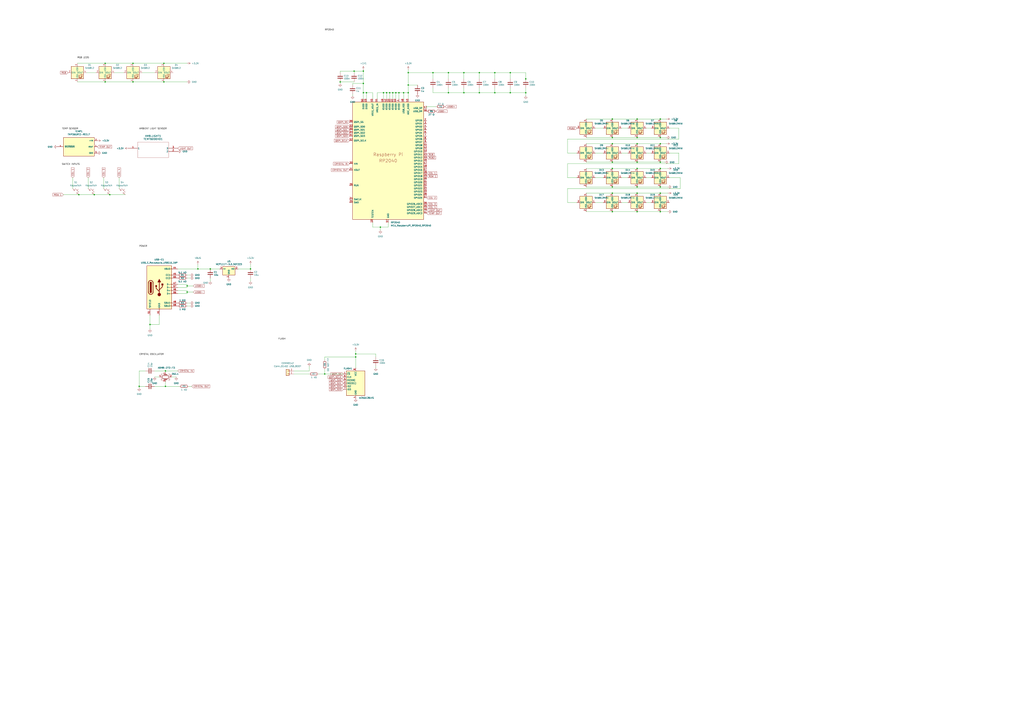
<source format=kicad_sch>
(kicad_sch (version 20231120) (generator "eeschema") (generator_version "8.0")
  (paper "A1")
  (junction (at 114.3 317.5))
  (junction (at 502.92 138.43))
  (junction (at 419.1 76.2))
  (junction (at 314.96 76.2))
  (junction (at 90.17 160.02))
  (junction (at 523.24 118.11))
  (junction (at 109.22 67.31))
  (junction (at 335.28 69.85))
  (junction (at 298.45 76.2))
  (junction (at 335.28 76.2))
  (junction (at 523.24 97.79))
  (junction (at 123.19 266.7))
  (junction (at 312.42 186.69))
  (junction (at 393.7 76.2))
  (junction (at 542.29 118.11))
  (junction (at 292.1 293.37))
  (junction (at 523.24 173.99))
  (junction (at 86.36 52.07))
  (junction (at 381 59.69))
  (junction (at 325.12 76.2))
  (junction (at 300.99 76.2))
  (junction (at 502.92 153.67))
  (junction (at 322.58 76.2))
  (junction (at 542.29 113.03))
  (junction (at 153.67 234.95))
  (junction (at 431.8 64.77))
  (junction (at 298.45 58.42))
  (junction (at 335.28 59.69))
  (junction (at 406.4 76.2))
  (junction (at 86.36 67.31))
  (junction (at 109.22 52.07))
  (junction (at 523.24 158.75))
  (junction (at 523.24 153.67))
  (junction (at 542.29 138.43))
  (junction (at 419.1 59.69))
  (junction (at 523.24 113.03))
  (junction (at 502.92 118.11))
  (junction (at 431.8 76.2))
  (junction (at 393.7 59.69))
  (junction (at 502.92 113.03))
  (junction (at 327.66 76.2))
  (junction (at 523.24 138.43))
  (junction (at 542.29 158.75))
  (junction (at 542.29 153.67))
  (junction (at 317.5 76.2))
  (junction (at 134.62 67.31))
  (junction (at 64.77 160.02))
  (junction (at 381 76.2))
  (junction (at 523.24 133.35))
  (junction (at 542.29 97.79))
  (junction (at 172.72 220.98))
  (junction (at 368.3 76.2))
  (junction (at 298.45 68.58))
  (junction (at 135.89 304.8))
  (junction (at 134.62 52.07))
  (junction (at 502.92 97.79))
  (junction (at 266.7 307.34))
  (junction (at 153.67 240.03))
  (junction (at 162.56 220.98))
  (junction (at 331.47 76.2))
  (junction (at 279.4 67.31))
  (junction (at 135.89 317.5))
  (junction (at 502.92 173.99))
  (junction (at 205.74 220.98))
  (junction (at 77.47 160.02))
  (junction (at 355.6 59.69))
  (junction (at 542.29 173.99))
  (junction (at 502.92 133.35))
  (junction (at 292.1 290.83))
  (junction (at 368.3 59.69))
  (junction (at 320.04 76.2))
  (junction (at 502.92 158.75))
  (junction (at 542.29 133.35))
  (junction (at 290.83 58.42))
  (junction (at 406.4 59.69))
  (wire (pts (xy 419.1 59.69) (xy 419.1 64.77)))
  (wire (pts (xy 279.4 67.31) (xy 290.83 67.31)))
  (wire (pts (xy 298.45 68.58) (xy 298.45 76.2)))
  (wire (pts (xy 502.92 173.99) (xy 523.24 173.99)))
  (wire (pts (xy 290.83 58.42) (xy 298.45 58.42)))
  (wire (pts (xy 488.95 105.41) (xy 495.3 105.41)))
  (wire (pts (xy 393.7 72.39) (xy 393.7 76.2)))
  (wire (pts (xy 254 300.99) (xy 254 304.8)))
  (wire (pts (xy 466.09 146.05) (xy 473.71 146.05)))
  (wire (pts (xy 156.21 248.92) (xy 153.67 248.92)))
  (wire (pts (xy 325.12 76.2) (xy 327.66 76.2)))
  (wire (pts (xy 530.86 166.37) (xy 534.67 166.37)))
  (wire (pts (xy 261.62 307.34) (xy 266.7 307.34)))
  (wire (pts (xy 205.74 231.14) (xy 205.74 228.6)))
  (wire (pts (xy 542.29 153.67) (xy 548.64 153.67)))
  (wire (pts (xy 309.88 81.28) (xy 309.88 76.2)))
  (wire (pts (xy 530.86 125.73) (xy 534.67 125.73)))
  (wire (pts (xy 127 304.8) (xy 135.89 304.8)))
  (wire (pts (xy 298.45 57.15) (xy 298.45 58.42)))
  (wire (pts (xy 279.4 58.42) (xy 290.83 58.42)))
  (wire (pts (xy 318.77 182.88) (xy 318.77 186.69)))
  (wire (pts (xy 466.09 125.73) (xy 473.71 125.73)))
  (wire (pts (xy 116.84 59.69) (xy 127 59.69)))
  (wire (pts (xy 488.95 125.73) (xy 495.3 125.73)))
  (wire (pts (xy 130.81 259.08) (xy 130.81 266.7)))
  (wire (pts (xy 266.7 303.53) (xy 266.7 307.34)))
  (wire (pts (xy 557.53 114.3) (xy 466.09 114.3)))
  (wire (pts (xy 63.5 67.31) (xy 86.36 67.31)))
  (wire (pts (xy 381 72.39) (xy 381 76.2)))
  (wire (pts (xy 140.97 309.88) (xy 144.78 309.88)))
  (wire (pts (xy 419.1 72.39) (xy 419.1 76.2)))
  (wire (pts (xy 523.24 97.79) (xy 542.29 97.79)))
  (wire (pts (xy 172.72 220.98) (xy 180.34 220.98)))
  (wire (pts (xy 318.77 186.69) (xy 312.42 186.69)))
  (wire (pts (xy 306.07 81.28) (xy 306.07 76.2)))
  (wire (pts (xy 355.6 76.2) (xy 368.3 76.2)))
  (wire (pts (xy 266.7 295.91) (xy 266.7 293.37)))
  (wire (pts (xy 368.3 59.69) (xy 381 59.69)))
  (wire (pts (xy 64.77 160.02) (xy 77.47 160.02)))
  (wire (pts (xy 542.29 133.35) (xy 546.1 133.35)))
  (wire (pts (xy 481.33 113.03) (xy 502.92 113.03)))
  (wire (pts (xy 241.3 307.34) (xy 254 307.34)))
  (wire (pts (xy 466.09 114.3) (xy 466.09 125.73)))
  (wire (pts (xy 86.36 67.31) (xy 109.22 67.31)))
  (wire (pts (xy 127 309.88) (xy 130.81 309.88)))
  (wire (pts (xy 158.75 240.03) (xy 153.67 240.03)))
  (wire (pts (xy 523.24 118.11) (xy 542.29 118.11)))
  (wire (pts (xy 368.3 76.2) (xy 381 76.2)))
  (wire (pts (xy 314.96 76.2) (xy 317.5 76.2)))
  (wire (pts (xy 162.56 220.98) (xy 172.72 220.98)))
  (wire (pts (xy 431.8 64.77) (xy 431.8 66.04)))
  (wire (pts (xy 481.33 138.43) (xy 502.92 138.43)))
  (wire (pts (xy 153.67 233.68) (xy 153.67 234.95)))
  (wire (pts (xy 331.47 76.2) (xy 335.28 76.2)))
  (wire (pts (xy 123.19 266.7) (xy 123.19 270.51)))
  (wire (pts (xy 158.75 234.95) (xy 153.67 234.95)))
  (wire (pts (xy 135.89 313.69) (xy 135.89 317.5)))
  (wire (pts (xy 488.95 166.37) (xy 495.3 166.37)))
  (wire (pts (xy 85.09 146.05) (xy 85.09 154.94)))
  (wire (pts (xy 523.24 113.03) (xy 542.29 113.03)))
  (wire (pts (xy 502.92 97.79) (xy 523.24 97.79)))
  (wire (pts (xy 510.54 166.37) (xy 515.62 166.37)))
  (wire (pts (xy 205.74 217.17) (xy 205.74 220.98)))
  (wire (pts (xy 306.07 182.88) (xy 306.07 186.69)))
  (wire (pts (xy 306.07 76.2) (xy 300.99 76.2)))
  (wire (pts (xy 162.56 217.17) (xy 162.56 220.98)))
  (wire (pts (xy 109.22 67.31) (xy 134.62 67.31)))
  (wire (pts (xy 355.6 59.69) (xy 368.3 59.69)))
  (wire (pts (xy 153.67 234.95) (xy 153.67 236.22)))
  (wire (pts (xy 530.86 146.05) (xy 534.67 146.05)))
  (wire (pts (xy 322.58 76.2) (xy 325.12 76.2)))
  (wire (pts (xy 368.3 59.69) (xy 368.3 64.77)))
  (wire (pts (xy 52.07 160.02) (xy 64.77 160.02)))
  (wire (pts (xy 558.8 154.94) (xy 466.09 154.94)))
  (wire (pts (xy 298.45 58.42) (xy 298.45 68.58)))
  (wire (pts (xy 93.98 59.69) (xy 101.6 59.69)))
  (wire (pts (xy 542.29 158.75) (xy 548.64 158.75)))
  (wire (pts (xy 308.61 302.26) (xy 308.61 300.99)))
  (wire (pts (xy 510.54 125.73) (xy 515.62 125.73)))
  (wire (pts (xy 542.29 97.79) (xy 547.37 97.79)))
  (wire (pts (xy 314.96 76.2) (xy 314.96 81.28)))
  (wire (pts (xy 292.1 290.83) (xy 292.1 293.37)))
  (wire (pts (xy 77.47 160.02) (xy 90.17 160.02)))
  (wire (pts (xy 488.95 146.05) (xy 495.3 146.05)))
  (wire (pts (xy 317.5 76.2) (xy 320.04 76.2)))
  (wire (pts (xy 146.05 220.98) (xy 162.56 220.98)))
  (wire (pts (xy 156.21 228.6) (xy 153.67 228.6)))
  (wire (pts (xy 335.28 59.69) (xy 335.28 69.85)))
  (wire (pts (xy 154.94 317.5) (xy 157.48 317.5)))
  (wire (pts (xy 335.28 76.2) (xy 335.28 81.28)))
  (wire (pts (xy 502.92 118.11) (xy 523.24 118.11)))
  (wire (pts (xy 109.22 52.07) (xy 134.62 52.07)))
  (wire (pts (xy 266.7 307.34) (xy 281.94 307.34)))
  (wire (pts (xy 114.3 304.8) (xy 114.3 317.5)))
  (wire (pts (xy 481.33 158.75) (xy 502.92 158.75)))
  (wire (pts (xy 502.92 133.35) (xy 523.24 133.35)))
  (wire (pts (xy 393.7 76.2) (xy 406.4 76.2)))
  (wire (pts (xy 298.45 68.58) (xy 289.56 68.58)))
  (wire (pts (xy 135.89 304.8) (xy 135.89 306.07)))
  (wire (pts (xy 325.12 76.2) (xy 325.12 81.28)))
  (wire (pts (xy 466.09 154.94) (xy 466.09 166.37)))
  (wire (pts (xy 510.54 105.41) (xy 515.62 105.41)))
  (wire (pts (xy 308.61 290.83) (xy 308.61 293.37)))
  (wire (pts (xy 123.19 259.08) (xy 123.19 266.7)))
  (wire (pts (xy 355.6 59.69) (xy 355.6 64.77)))
  (wire (pts (xy 97.79 146.05) (xy 97.79 154.94)))
  (wire (pts (xy 502.92 153.67) (xy 523.24 153.67)))
  (wire (pts (xy 59.69 146.05) (xy 59.69 154.94)))
  (wire (pts (xy 335.28 69.85) (xy 342.9 69.85)))
  (wire (pts (xy 312.42 189.23) (xy 312.42 186.69)))
  (wire (pts (xy 306.07 186.69) (xy 312.42 186.69)))
  (wire (pts (xy 172.72 231.14) (xy 172.72 228.6)))
  (wire (pts (xy 153.67 240.03) (xy 153.67 241.3)))
  (wire (pts (xy 549.91 125.73) (xy 557.53 125.73)))
  (wire (pts (xy 279.4 67.31) (xy 279.4 68.58)))
  (wire (pts (xy 502.92 138.43) (xy 523.24 138.43)))
  (wire (pts (xy 298.45 76.2) (xy 298.45 81.28)))
  (wire (pts (xy 114.3 317.5) (xy 114.3 318.77)))
  (wire (pts (xy 542.29 138.43) (xy 548.64 138.43)))
  (wire (pts (xy 290.83 58.42) (xy 290.83 59.69)))
  (wire (pts (xy 549.91 146.05) (xy 558.8 146.05)))
  (wire (pts (xy 266.7 293.37) (xy 292.1 293.37)))
  (wire (pts (xy 86.36 52.07) (xy 109.22 52.07)))
  (wire (pts (xy 300.99 76.2) (xy 298.45 76.2)))
  (wire (pts (xy 153.67 241.3) (xy 146.05 241.3)))
  (wire (pts (xy 481.33 118.11) (xy 502.92 118.11)))
  (wire (pts (xy 71.12 59.69) (xy 78.74 59.69)))
  (wire (pts (xy 523.24 173.99) (xy 542.29 173.99)))
  (wire (pts (xy 153.67 238.76) (xy 153.67 240.03)))
  (wire (pts (xy 146.05 233.68) (xy 153.67 233.68)))
  (wire (pts (xy 72.39 146.05) (xy 72.39 154.94)))
  (wire (pts (xy 63.5 52.07) (xy 86.36 52.07)))
  (wire (pts (xy 431.8 59.69) (xy 431.8 64.77)))
  (wire (pts (xy 431.8 72.39) (xy 431.8 76.2)))
  (wire (pts (xy 530.86 105.41) (xy 534.67 105.41)))
  (wire (pts (xy 393.7 59.69) (xy 406.4 59.69)))
  (wire (pts (xy 335.28 69.85) (xy 335.28 76.2)))
  (wire (pts (xy 327.66 76.2) (xy 331.47 76.2)))
  (wire (pts (xy 431.8 78.74) (xy 431.8 76.2)))
  (wire (pts (xy 355.6 72.39) (xy 355.6 76.2)))
  (wire (pts (xy 406.4 59.69) (xy 406.4 64.77)))
  (wire (pts (xy 127 317.5) (xy 135.89 317.5)))
  (wire (pts (xy 542.29 118.11) (xy 547.37 118.11)))
  (wire (pts (xy 292.1 290.83) (xy 308.61 290.83)))
  (wire (pts (xy 523.24 138.43) (xy 542.29 138.43)))
  (wire (pts (xy 542.29 173.99) (xy 548.64 173.99)))
  (wire (pts (xy 130.81 266.7) (xy 123.19 266.7)))
  (wire (pts (xy 557.53 134.62) (xy 466.09 134.62)))
  (wire (pts (xy 320.04 76.2) (xy 320.04 81.28)))
  (wire (pts (xy 146.05 238.76) (xy 153.67 238.76)))
  (wire (pts (xy 153.67 236.22) (xy 146.05 236.22)))
  (wire (pts (xy 317.5 76.2) (xy 317.5 81.28)))
  (wire (pts (xy 331.47 76.2) (xy 331.47 81.28)))
  (wire (pts (xy 289.56 68.58) (xy 289.56 69.85)))
  (wire (pts (xy 368.3 72.39) (xy 368.3 76.2)))
  (wire (pts (xy 292.1 288.29) (xy 292.1 290.83)))
  (wire (pts (xy 406.4 72.39) (xy 406.4 76.2)))
  (wire (pts (xy 279.4 58.42) (xy 279.4 59.69)))
  (wire (pts (xy 114.3 317.5) (xy 119.38 317.5)))
  (wire (pts (xy 90.17 160.02) (xy 102.87 160.02)))
  (wire (pts (xy 558.8 146.05) (xy 558.8 154.94)))
  (wire (pts (xy 381 76.2) (xy 393.7 76.2)))
  (wire (pts (xy 335.28 57.15) (xy 335.28 59.69)))
  (wire (pts (xy 195.58 220.98) (xy 205.74 220.98)))
  (wire (pts (xy 309.88 76.2) (xy 314.96 76.2)))
  (wire (pts (xy 322.58 76.2) (xy 322.58 81.28)))
  (wire (pts (xy 292.1 293.37) (xy 292.1 302.26)))
  (wire (pts (xy 350.52 87.63) (xy 350.52 88.9)))
  (wire (pts (xy 557.53 125.73) (xy 557.53 134.62)))
  (wire (pts (xy 557.53 105.41) (xy 557.53 114.3)))
  (wire (pts (xy 358.14 87.63) (xy 350.52 87.63)))
  (wire (pts (xy 327.66 76.2) (xy 327.66 81.28)))
  (wire (pts (xy 335.28 59.69) (xy 355.6 59.69)))
  (wire (pts (xy 549.91 105.41) (xy 557.53 105.41)))
  (wire (pts (xy 289.56 78.74) (xy 289.56 77.47)))
  (wire (pts (xy 523.24 153.67) (xy 542.29 153.67)))
  (wire (pts (xy 481.33 133.35) (xy 502.92 133.35)))
  (wire (pts (xy 119.38 304.8) (xy 114.3 304.8)))
  (wire (pts (xy 481.33 153.67) (xy 502.92 153.67)))
  (wire (pts (xy 406.4 76.2) (xy 419.1 76.2)))
  (wire (pts (xy 320.04 76.2) (xy 322.58 76.2)))
  (wire (pts (xy 466.09 166.37) (xy 473.71 166.37)))
  (wire (pts (xy 419.1 59.69) (xy 431.8 59.69)))
  (wire (pts (xy 381 59.69) (xy 381 64.77)))
  (wire (pts (xy 523.24 133.35) (xy 542.29 133.35)))
  (wire (pts (xy 406.4 59.69) (xy 419.1 59.69)))
  (wire (pts (xy 156.21 226.06) (xy 153.67 226.06)))
  (wire (pts (xy 419.1 76.2) (xy 431.8 76.2)))
  (wire (pts (xy 241.3 304.8) (xy 254 304.8)))
  (wire (pts (xy 502.92 158.75) (xy 523.24 158.75)))
  (wire (pts (xy 502.92 113.03) (xy 523.24 113.03)))
  (wire (pts (xy 134.62 52.07) (xy 153.67 52.07)))
  (wire (pts (xy 542.29 113.03) (xy 547.37 113.03)))
  (wire (pts (xy 381 59.69) (xy 393.7 59.69)))
  (wire (pts (xy 523.24 158.75) (xy 542.29 158.75)))
  (wire (pts (xy 510.54 146.05) (xy 515.62 146.05)))
  (wire (pts (xy 393.7 59.69) (xy 393.7 64.77)))
  (wire (pts (xy 135.89 304.8) (xy 146.05 304.8)))
  (wire (pts (xy 156.21 251.46) (xy 153.67 251.46)))
  (wire (pts (xy 134.62 67.31) (xy 153.67 67.31)))
  (wire (pts (xy 135.89 317.5) (xy 147.32 317.5)))
  (wire (pts (xy 300.99 76.2) (xy 300.99 81.28)))
  (wire (pts (xy 481.33 173.99) (xy 502.92 173.99)))
  (wire (pts (xy 466.09 134.62) (xy 466.09 146.05)))
  (wire (pts (xy 481.33 97.79) (xy 502.92 97.79)))
  (label "SWITCH INPUTS" (at 50.8 135.89 0))
  (label "TEMP SENSOR" (at 50.8 106.68 0))
  (label "RP2040" (at 266.7 25.4 0))
  (label "RGB LEDS" (at 63.5 48.26 0))
  (label "CRYSTAL OSCILLATOR" (at 114.3 292.1 0))
  (label "FLASH" (at 228.6 279.4 0))
  (label "AMBIENT LIGHT SENSOR" (at 114.3 106.68 0))
  (label "POWER" (at 114.3 203.2 0))
  (global_label "QSPI_SD1" (shape input) (at 281.94 314.96 180) (property "Intersheetrefs" "${INTERSHEET_REFS}" (effects (hide yes))))
  (global_label "QSPI_SCLK" (shape input) (at 287.02 115.57 180) (property "Intersheetrefs" "${INTERSHEET_REFS}" (effects (hide yes))))
  (global_label "RGB" (shape input) (at 350.52 127 0) (property "Intersheetrefs" "${INTERSHEET_REFS}" (effects (hide yes))))
  (global_label "COL 2" (shape input) (at 72.39 146.05 90) (property "Intersheetrefs" "${INTERSHEET_REFS}" (effects (hide yes))))
  (global_label "QSPI_SD2" (shape input) (at 287.02 109.22 180) (property "Intersheetrefs" "${INTERSHEET_REFS}" (effects (hide yes))))
  (global_label "COL 4" (shape input) (at 97.79 146.05 90) (property "Intersheetrefs" "${INTERSHEET_REFS}" (effects (hide yes))))
  (global_label "QSPI_SD3" (shape input) (at 287.02 111.76 180) (property "Intersheetrefs" "${INTERSHEET_REFS}" (effects (hide yes))))
  (global_label "LIGHT OUT" (shape input) (at 350.52 172.72 0) (property "Intersheetrefs" "${INTERSHEET_REFS}" (effects (hide yes))))
  (global_label "COL 1" (shape input) (at 59.69 146.05 90) (property "Intersheetrefs" "${INTERSHEET_REFS}" (effects (hide yes))))
  (global_label "COL 1" (shape input) (at 350.52 142.24 0) (property "Intersheetrefs" "${INTERSHEET_REFS}" (effects (hide yes))))
  (global_label "TEMP OUT" (shape input) (at 350.52 175.26 0) (property "Intersheetrefs" "${INTERSHEET_REFS}" (effects (hide yes))))
  (global_label "QSPI_SS" (shape input) (at 281.94 307.34 180) (property "Intersheetrefs" "${INTERSHEET_REFS}" (effects (hide yes))))
  (global_label "QSPI_SS" (shape input) (at 287.02 100.33 180) (property "Intersheetrefs" "${INTERSHEET_REFS}" (effects (hide yes))))
  (global_label "LIGHT OUT" (shape input) (at 146.05 121.92 0) (property "Intersheetrefs" "${INTERSHEET_REFS}" (effects (hide yes))))
  (global_label "TEMP OUT" (shape input) (at 80.01 120.65 0) (property "Intersheetrefs" "${INTERSHEET_REFS}" (effects (hide yes))))
  (global_label "CRYSTAL OUT" (shape input) (at 157.48 317.5 0) (property "Intersheetrefs" "${INTERSHEET_REFS}" (effects (hide yes))))
  (global_label "QSPI_SD2" (shape input) (at 281.94 317.5 180) (property "Intersheetrefs" "${INTERSHEET_REFS}" (effects (hide yes))))
  (global_label "RGB" (shape input) (at 55.88 59.69 180) (property "Intersheetrefs" "${INTERSHEET_REFS}" (effects (hide yes))))
  (global_label "USBD+" (shape input) (at 365.76 87.63 0) (property "Intersheetrefs" "${INTERSHEET_REFS}" (effects (hide yes))))
  (global_label "ROW 1" (shape input) (at 350.52 144.78 0) (property "Intersheetrefs" "${INTERSHEET_REFS}" (effects (hide yes))))
  (global_label "CRYSTAL IN" (shape input) (at 146.05 304.8 0) (property "Intersheetrefs" "${INTERSHEET_REFS}" (effects (hide yes))))
  (global_label "QSPI_SD1" (shape input) (at 287.02 106.68 180) (property "Intersheetrefs" "${INTERSHEET_REFS}" (effects (hide yes))))
  (global_label "QSPI_SD0" (shape input) (at 281.94 312.42 180) (property "Intersheetrefs" "${INTERSHEET_REFS}" (effects (hide yes))))
  (global_label "COL 3" (shape input) (at 350.52 167.64 0) (property "Intersheetrefs" "${INTERSHEET_REFS}" (effects (hide yes))))
  (global_label "ROW 1" (shape input) (at 52.07 160.02 180) (property "Intersheetrefs" "${INTERSHEET_REFS}" (effects (hide yes))))
  (global_label "COL 4" (shape input) (at 350.52 170.18 0) (property "Intersheetrefs" "${INTERSHEET_REFS}" (effects (hide yes))))
  (global_label "USBD-" (shape input) (at 158.75 240.03 0) (property "Intersheetrefs" "${INTERSHEET_REFS}" (effects (hide yes))))
  (global_label "CRYSTAL IN" (shape input) (at 287.02 134.62 180) (property "Intersheetrefs" "${INTERSHEET_REFS}" (effects (hide yes))))
  (global_label "QSPI_SD3" (shape input) (at 281.94 320.04 180) (property "Intersheetrefs" "${INTERSHEET_REFS}" (effects (hide yes))))
  (global_label "QSPI_SCLK" (shape input) (at 281.94 309.88 180) (property "Intersheetrefs" "${INTERSHEET_REFS}" (effects (hide yes))))
  (global_label "RGB2" (shape input) (at 350.52 129.54 0) (property "Intersheetrefs" "${INTERSHEET_REFS}" (effects (hide yes))))
  (global_label "QSPI_SD0" (shape input) (at 287.02 104.14 180) (property "Intersheetrefs" "${INTERSHEET_REFS}" (effects (hide yes))))
  (global_label "USBD-" (shape input) (at 358.14 91.44 0) (property "Intersheetrefs" "${INTERSHEET_REFS}" (effects (hide yes))))
  (global_label "CRYSTAL OUT" (shape input) (at 287.02 139.7 180) (property "Intersheetrefs" "${INTERSHEET_REFS}" (effects (hide yes))))
  (global_label "USBD+" (shape input) (at 158.75 234.95 0) (property "Intersheetrefs" "${INTERSHEET_REFS}" (effects (hide yes))))
  (global_label "RGB2" (shape input) (at 473.71 105.41 180) (property "Intersheetrefs" "${INTERSHEET_REFS}" (effects (hide yes))))
  (global_label "COL 3" (shape input) (at 85.09 146.05 90) (property "Intersheetrefs" "${INTERSHEET_REFS}" (effects (hide yes))))
  (global_label "COL 2" (shape input) (at 350.52 162.56 0) (property "Intersheetrefs" "${INTERSHEET_REFS}" (effects (hide yes))))
  (symbol (lib_id "Device:C") (at 381 68.58 0) (unit 1)
    (property "Reference" "C6" (at 383.921 67.4116 0) (effects (justify left)))
    (property "Value" "100n" (at 383.921 69.723 0) (effects (justify left)))
    (property "Footprint" "Capacitor_SMD:C_0402_1005Metric" (effects (hide yes)))
  )
  (symbol (lib_id "RP2040_minimal_r2-cache:MCU_RaspberryPi_RP2040_RP2040") (at 318.77 132.08 0) (unit 1)
    (property "Reference" "RP2040" (at 320.9641 182.88 0) (effects (justify left)))
    (property "Value" "MCU_RaspberryPi_RP2040_RP2040" (at 320.9641 185.42 0) (effects (justify left)))
    (property "Footprint" "RP2040_minimal_r2:RP2040-QFN-56" (effects (hide yes)))
  )
  (symbol (lib_id "power:+3.3V") (at 292.1 288.29 0) (unit 1)
    (property "Reference" "#PWR031" (effects (hide yes)))
    (property "Value" "+3.3V" (at 292.1 283.21 0))
    (property "Description" "Power symbol creates a global label with name \"+3.3V\"" (effects (hide yes)))
  )
  (symbol (lib_id "power:+1V1") (at 298.45 57.15 0) (unit 1)
    (property "Reference" "#PWR024" (effects (hide yes)))
    (property "Value" "+1V1" (at 298.45 52.07 0))
    (property "Description" "Power symbol creates a global label with name \"+1V1\"" (effects (hide yes)))
  )
  (symbol (lib_id "Regulator_Linear:NCP1117-3.3_SOT223") (at 187.96 220.98 0) (unit 1)
    (property "Reference" "U5" (at 187.96 214.8332 0))
    (property "Value" "NCP1117-3.3_SOT223" (at 187.96 217.1446 0))
    (property "Footprint" "Package_TO_SOT_SMD:SOT-223-3_TabPin2" (effects (hide yes)))
    (property "Datasheet" "http://www.onsemi.com/pub_link/Collateral/NCP1117-D.PDF" (effects (hide yes)))
  )
  (symbol (lib_id "Device:R") (at 266.7 299.72 180) (unit 1)
    (property "Reference" "R8" (at 266.7 299.72 90))
    (property "Value" "DO NOT FIT" (at 269.494 299.72 90))
    (property "Footprint" "Resistor_SMD:R_0402_1005Metric" (effects (hide yes)))
    (property "Description" "Resistor" (effects (hide yes)))
  )
  (symbol (lib_id "Memory_Flash:W25Q128JVS") (at 292.1 314.96 0) (unit 1)
    (property "Reference" "FLASH1" (at 285.75 302.895 0))
    (property "Value" "W25Q128JVS" (at 300.99 327.025 0))
    (property "Footprint" "Package_SO:SOIC-8_5.23x5.23mm_P1.27mm" (effects (hide yes)))
    (property "Datasheet" "http://www.winbond.com/resource-files/w25q128jv_dtr%20revc%2003272018%20plus.pdf" (effects (hide yes)))
  )
  (symbol (lib_id "power:+3.3V") (at 205.74 217.17 0) (unit 1)
    (property "Reference" "#PWR020" (effects (hide yes)))
    (property "Value" "+3.3V" (at 205.74 212.09 0))
    (property "Description" "Power symbol creates a global label with name \"+3.3V\"" (effects (hide yes)))
  )
  (symbol (lib_id "power:+3.3V") (at 548.64 138.43 270) (unit 1)
    (property "Reference" "#PWR036" (effects (hide yes)))
    (property "Value" "+3.3V" (at 552.45 138.4299 90) (effects (justify left)))
    (property "Description" "Power symbol creates a global label with name \"+3.3V\"" (effects (hide yes)))
  )
  (symbol (lib_id "Device:C") (at 290.83 63.5 0) (unit 1)
    (property "Reference" "C12" (at 293.751 62.3316 0) (effects (justify left)))
    (property "Value" "100n" (at 293.751 64.643 0) (effects (justify left)))
    (property "Footprint" "Capacitor_SMD:C_0402_1005Metric" (effects (hide yes)))
  )
  (symbol (lib_id "power:GND") (at 289.56 78.74 0) (unit 1)
    (property "Reference" "#PWR025" (effects (hide yes)))
    (property "Value" "GND" (at 289.56 83.82 0))
    (property "Description" "Power symbol creates a global label with name \"GND\" , ground" (effects (hide yes)))
  )
  (symbol (lib_id "LED:SK6812MINI") (at 523.24 146.05 0) (unit 1)
    (property "Reference" "D15" (at 535.94 139.7314 0))
    (property "Value" "SK6812MINI" (at 535.94 142.2714 0))
    (property "Footprint" "LED_SMD:LED_SK6812MINI_PLCC4_3.5x3.5mm_P1.75mm" (effects (hide yes)))
    (property "Datasheet" "https://cdn-shop.adafruit.com/product-files/2686/SK6812MINI_REV.01-1-2.pdf" (effects (hide yes)))
    (property "Description" "RGB LED with integrated controller" (effects (hide yes)))
  )
  (symbol (lib_id "LED:SK6812MINI") (at 542.29 166.37 0) (unit 1)
    (property "Reference" "D20" (at 554.99 160.0514 0))
    (property "Value" "SK6812MINI" (at 554.99 162.5914 0))
    (property "Footprint" "LED_SMD:LED_SK6812MINI_PLCC4_3.5x3.5mm_P1.75mm" (effects (hide yes)))
    (property "Datasheet" "https://cdn-shop.adafruit.com/product-files/2686/SK6812MINI_REV.01-1-2.pdf" (effects (hide yes)))
    (property "Description" "RGB LED with integrated controller" (effects (hide yes)))
  )
  (symbol (lib_id "LED:SK6812") (at 86.36 59.69 0) (unit 1)
    (property "Reference" "D2" (at 96.52 53.3714 0))
    (property "Value" "SK6812" (at 96.52 55.9114 0))
    (property "Footprint" "LED_SMD:LED_SK6812_PLCC4_5.0x5.0mm_P3.2mm" (effects (hide yes)))
    (property "Datasheet" "https://cdn-shop.adafruit.com/product-files/1138/SK6812+LED+datasheet+.pdf" (effects (hide yes)))
    (property "Description" "RGB LED with integrated controller" (effects (hide yes)))
  )
  (symbol (lib_id "LED:SK6812MINI") (at 523.24 125.73 0) (unit 1)
    (property "Reference" "D11" (at 535.94 119.4114 0))
    (property "Value" "SK6812MINI" (at 535.94 121.9514 0))
    (property "Footprint" "LED_SMD:LED_SK6812MINI_PLCC4_3.5x3.5mm_P1.75mm" (effects (hide yes)))
    (property "Datasheet" "https://cdn-shop.adafruit.com/product-files/2686/SK6812MINI_REV.01-1-2.pdf" (effects (hide yes)))
    (property "Description" "RGB LED with integrated controller" (effects (hide yes)))
  )
  (symbol (lib_id "power:+3.3V") (at 80.01 115.57 270) (unit 1)
    (property "Reference" "#PWR01" (effects (hide yes)))
    (property "Value" "+3.3V" (at 83.82 115.5699 90) (effects (justify left)))
    (property "Description" "Power symbol creates a global label with name \"+3.3V\"" (effects (hide yes)))
  )
  (symbol (lib_id "power:GND") (at 156.21 248.92 90) (unit 1)
    (property "Reference" "#PWR015" (effects (hide yes)))
    (property "Value" "GND" (at 160.02 248.9199 90) (effects (justify right)))
    (property "Description" "Power symbol creates a global label with name \"GND\" , ground" (effects (hide yes)))
  )
  (symbol (lib_id "power:GND") (at 548.64 173.99 90) (unit 1)
    (property "Reference" "#PWR039" (effects (hide yes)))
    (property "Value" "GND" (at 552.45 173.9899 90) (effects (justify right)))
    (property "Description" "Power symbol creates a global label with name \"GND\" , ground" (effects (hide yes)))
  )
  (symbol (lib_id "power:GND") (at 146.05 124.46 90) (unit 1)
    (property "Reference" "#PWR06" (effects (hide yes)))
    (property "Value" "GND" (at 149.86 124.4599 90) (effects (justify right)))
    (property "Description" "Power symbol creates a global label with name \"GND\" , ground" (effects (hide yes)))
  )
  (symbol (lib_id "power:GND") (at 172.72 231.14 0) (unit 1)
    (property "Reference" "#PWR018" (effects (hide yes)))
    (property "Value" "GND" (at 168.91 232.41 0))
  )
  (symbol (lib_id "power:GND") (at 123.19 270.51 0) (unit 1)
    (property "Reference" "#PWR012" (effects (hide yes)))
    (property "Value" "GND" (at 123.19 275.59 0))
    (property "Description" "Power symbol creates a global label with name \"GND\" , ground" (effects (hide yes)))
  )
  (symbol (lib_id "ScottoKeebs:Placeholder_Keyswitch") (at 87.63 157.48 0) (unit 1)
    (property "Reference" "S3" (at 87.63 149.86 0))
    (property "Value" "Keyswitch" (at 87.63 152.4 0))
    (property "Footprint" "ScottoKeebs_MX:MX_PCB_1.00u" (effects (hide yes)))
    (property "Description" "Push button switch, normally open, two pins, 45° tilted" (effects (hide yes)))
  )
  (symbol (lib_id "power:GND") (at 546.1 133.35 90) (unit 1)
    (property "Reference" "#PWR035" (effects (hide yes)))
    (property "Value" "GND" (at 549.91 133.3499 90) (effects (justify right)))
    (property "Description" "Power symbol creates a global label with name \"GND\" , ground" (effects (hide yes)))
  )
  (symbol (lib_id "power:GND") (at 187.96 228.6 0) (unit 1)
    (property "Reference" "#PWR019" (effects (hide yes)))
    (property "Value" "GND" (at 187.96 233.68 0))
    (property "Description" "Power symbol creates a global label with name \"GND\" , ground" (effects (hide yes)))
  )
  (symbol (lib_id "ScottoKeebs:Placeholder_Keyswitch") (at 74.93 157.48 0) (unit 1)
    (property "Reference" "S2" (at 74.93 149.86 0))
    (property "Value" "Keyswitch" (at 74.93 152.4 0))
    (property "Footprint" "ScottoKeebs_MX:MX_PCB_1.00u" (effects (hide yes)))
    (property "Description" "Push button switch, normally open, two pins, 45° tilted" (effects (hide yes)))
  )
  (symbol (lib_id "Device:R") (at 257.81 307.34 90) (unit 1)
    (property "Reference" "R7" (at 257.81 307.34 90))
    (property "Value" "1 kΩ" (at 257.81 310.134 90))
    (property "Footprint" "Resistor_SMD:R_0402_1005Metric" (effects (hide yes)))
    (property "Description" "Resistor" (effects (hide yes)))
  )
  (symbol (lib_id "ScottoKeebs:Placeholder_Keyswitch") (at 100.33 157.48 0) (unit 1)
    (property "Reference" "S4" (at 100.33 149.86 0))
    (property "Value" "Keyswitch" (at 100.33 152.4 0))
    (property "Footprint" "ScottoKeebs_MX:MX_PCB_1.00u" (effects (hide yes)))
    (property "Description" "Push button switch, normally open, two pins, 45° tilted" (effects (hide yes)))
  )
  (symbol (lib_id "power:GND") (at 342.9 77.47 0) (unit 1)
    (property "Reference" "#PWR022" (effects (hide yes)))
    (property "Value" "GND" (at 342.9 82.55 0))
    (property "Description" "Power symbol creates a global label with name \"GND\" , ground" (effects (hide yes)))
  )
  (symbol (lib_id "power:GND") (at 548.64 153.67 90) (unit 1)
    (property "Reference" "#PWR037" (effects (hide yes)))
    (property "Value" "GND" (at 552.45 153.6699 90) (effects (justify right)))
    (property "Description" "Power symbol creates a global label with name \"GND\" , ground" (effects (hide yes)))
  )
  (symbol (lib_id "Device:C") (at 205.74 224.79 0) (unit 1)
    (property "Reference" "C2" (at 208.661 223.6216 0) (effects (justify left)))
    (property "Value" "10u" (at 208.661 225.933 0) (effects (justify left)))
    (property "Footprint" "Capacitor_SMD:C_0805_2012Metric" (effects (hide yes)))
  )
  (symbol (lib_id "Connector:USB_C_Receptacle_USB2.0_16P") (at 130.81 236.22 0) (unit 1)
    (property "Reference" "USB-C1" (at 130.81 213.36 0))
    (property "Value" "USB_C_Receptacle_USB2.0_16P" (at 130.81 215.9 0))
    (property "Footprint" "Connector_USB:USB_C_Receptacle_GCT_USB4105-xx-A_16P_TopMnt_Horizontal" (effects (hide yes)))
    (property "Datasheet" "https://www.usb.org/sites/default/files/documents/usb_type-c.zip" (effects (hide yes)))
    (property "Description" "USB 2.0-only 16P Type-C Receptacle connector" (effects (hide yes)))
  )
  (symbol (lib_id "Device:Crystal_GND24") (at 135.89 309.88 270) (unit 1)
    (property "Reference" "OSC.1" (at 140.97 307.34 90) (effects (justify left)))
    (property "Value" "ABM8-272-T3" (at 129.54 302.26 90) (effects (justify left)))
    (property "Footprint" "Crystal:Crystal_SMD_3225-4Pin_3.2x2.5mm" (effects (hide yes)))
  )
  (symbol (lib_id "Device:C") (at 368.3 68.58 0) (unit 1)
    (property "Reference" "C5" (at 371.221 67.4116 0) (effects (justify left)))
    (property "Value" "100n" (at 371.221 69.723 0) (effects (justify left)))
    (property "Footprint" "Capacitor_SMD:C_0402_1005Metric" (effects (hide yes)))
  )
  (symbol (lib_id "power:GND") (at 205.74 231.14 0) (unit 1)
    (property "Reference" "#PWR021" (effects (hide yes)))
    (property "Value" "GND" (at 205.74 236.22 0))
    (property "Description" "Power symbol creates a global label with name \"GND\" , ground" (effects (hide yes)))
  )
  (symbol (lib_id "Device:C") (at 123.19 317.5 90) (unit 1)
    (property "Reference" "C15" (at 122.0216 314.579 0) (effects (justify left)))
    (property "Value" "15p" (at 124.333 314.579 0) (effects (justify left)))
    (property "Footprint" "Capacitor_SMD:C_0402_1005Metric" (effects (hide yes)))
  )
  (symbol (lib_id "Connector_Generic:Conn_01x02") (at 236.22 307.34 180) (unit 1)
    (property "Reference" "CONN01x2" (at 236.22 298.45 0))
    (property "Value" "Conn_01x02 USB_BOOT" (at 236.22 300.99 0))
    (property "Footprint" "Connector_PinHeader_1.00mm:PinHeader_1x02_P1.00mm_Vertical" (effects (hide yes)))
    (property "Description" "Generic connector, single row, 01x02, script generated (kicad-library-utils/schlib/autogen/connector/)" (effects (hide yes)))
  )
  (symbol (lib_id "Device:C") (at 279.4 63.5 0) (unit 1)
    (property "Reference" "C13" (at 282.321 62.3316 0) (effects (justify left)))
    (property "Value" "100n" (at 282.321 64.643 0) (effects (justify left)))
    (property "Footprint" "Capacitor_SMD:C_0402_1005Metric" (effects (hide yes)))
  )
  (symbol (lib_id "Device:C") (at 123.19 304.8 90) (unit 1)
    (property "Reference" "C14" (at 122.0216 301.879 0) (effects (justify left)))
    (property "Value" "15p" (at 124.333 301.879 0) (effects (justify left)))
    (property "Footprint" "Capacitor_SMD:C_0402_1005Metric" (effects (hide yes)))
  )
  (symbol (lib_id "power:+3.3V") (at 547.37 97.79 270) (unit 1)
    (property "Reference" "#PWR02" (effects (hide yes)))
    (property "Value" "+3.3V" (at 551.18 97.7899 90) (effects (justify left)))
    (property "Description" "Power symbol creates a global label with name \"+3.3V\"" (effects (hide yes)))
  )
  (symbol (lib_id "power:GND") (at 80.01 125.73 90) (unit 1)
    (property "Reference" "#PWR03" (effects (hide yes)))
    (property "Value" "GND" (at 83.82 125.7299 90) (effects (justify right)))
    (property "Description" "Power symbol creates a global label with name \"GND\" , ground" (effects (hide yes)))
  )
  (symbol (lib_id "power:+3.3V") (at 547.37 118.11 270) (unit 1)
    (property "Reference" "#PWR034" (effects (hide yes)))
    (property "Value" "+3.3V" (at 551.18 118.1099 90) (effects (justify left)))
    (property "Description" "Power symbol creates a global label with name \"+3.3V\"" (effects (hide yes)))
  )
  (symbol (lib_id "power:+3.3V") (at 153.67 52.07 270) (unit 1)
    (property "Reference" "#PWR09" (effects (hide yes)))
    (property "Value" "+3.3V" (at 157.48 52.0699 90) (effects (justify left)))
    (property "Description" "Power symbol creates a global label with name \"+3.3V\"" (effects (hide yes)))
  )
  (symbol (lib_id "power:GND") (at 431.8 78.74 0) (unit 1)
    (property "Reference" "#PWR023" (effects (hide yes)))
    (property "Value" "GND" (at 431.8 83.82 0))
    (property "Description" "Power symbol creates a global label with name \"GND\" , ground" (effects (hide yes)))
  )
  (symbol (lib_id "Device:R") (at 149.86 226.06 90) (unit 1)
    (property "Reference" "R1" (at 149.86 226.06 90))
    (property "Value" "5.1 kΩ" (at 149.86 224.028 90))
    (property "Footprint" "Resistor_SMD:R_0402_1005Metric" (effects (hide yes)))
    (property "Description" "Resistor" (effects (hide yes)))
  )
  (symbol (lib_id "TMP36GRTZ-REEL7:TMP36GRTZ-REEL7") (at 64.77 120.65 0) (unit 1)
    (property "Reference" "TEMP1" (at 64.77 107.95 0))
    (property "Value" "TMP36GRTZ-REEL7" (at 64.77 110.49 0))
    (property "Footprint" "TMP36GRTZ_REEL7(1):SOT95P280X145-5N" (effects (hide yes)))
    (property "PARTREV" "H" (effects (hide yes)))
    (property "MF" "Analog Devices" (effects (hide yes)))
    (property "STANDARD" "IPC-7351B" (effects (hide yes)))
  )
  (symbol (lib_id "Device:C") (at 342.9 73.66 0) (unit 1)
    (property "Reference" "C3" (at 345.821 72.4916 0) (effects (justify left)))
    (property "Value" "1u" (at 345.821 74.803 0) (effects (justify left)))
    (property "Footprint" "Capacitor_SMD:C_0402_1005Metric" (effects (hide yes)))
  )
  (symbol (lib_id "LED:SK6812MINI") (at 481.33 105.41 0) (unit 1)
    (property "Reference" "D5" (at 494.03 99.0914 0))
    (property "Value" "SK6812MINI" (at 494.03 101.6314 0))
    (property "Footprint" "LED_SMD:LED_SK6812MINI_PLCC4_3.5x3.5mm_P1.75mm" (effects (hide yes)))
    (property "Datasheet" "https://cdn-shop.adafruit.com/product-files/2686/SK6812MINI_REV.01-1-2.pdf" (effects (hide yes)))
    (property "Description" "RGB LED with integrated controller" (effects (hide yes)))
  )
  (symbol (lib_id "power:GND") (at 254 300.99 180) (unit 1)
    (property "Reference" "#PWR030" (effects (hide yes)))
    (property "Value" "GND" (at 254 295.91 0))
    (property "Description" "Power symbol creates a global label with name \"GND\" , ground" (effects (hide yes)))
  )
  (symbol (lib_id "Device:R") (at 149.86 248.92 90) (unit 1)
    (property "Reference" "R3" (at 149.86 248.92 90))
    (property "Value" "1 MΩ" (at 149.86 246.888 90))
    (property "Footprint" "Resistor_SMD:R_0402_1005Metric" (effects (hide yes)))
    (property "Description" "Resistor" (effects (hide yes)))
  )
  (symbol (lib_id "power:GND") (at 144.78 309.88 0) (unit 1)
    (property "Reference" "#PWR027" (effects (hide yes)))
    (property "Value" "GND" (at 144.78 314.96 0))
    (property "Description" "Power symbol creates a global label with name \"GND\" , ground" (effects (hide yes)))
  )
  (symbol (lib_id "power:GND") (at 312.42 189.23 0) (unit 1)
    (property "Reference" "#PWR010" (effects (hide yes)))
    (property "Value" "GND" (at 312.42 194.31 0))
    (property "Description" "Power symbol creates a global label with name \"GND\" , ground" (effects (hide yes)))
  )
  (symbol (lib_id "power:GND") (at 156.21 228.6 90) (unit 1)
    (property "Reference" "#PWR014" (effects (hide yes)))
    (property "Value" "GND" (at 160.02 228.5999 90) (effects (justify right)))
    (property "Description" "Power symbol creates a global label with name \"GND\" , ground" (effects (hide yes)))
  )
  (symbol (lib_id "power:+3.3V") (at 105.41 121.92 90) (unit 1)
    (property "Reference" "#PWR05" (effects (hide yes)))
    (property "Value" "+3.3V" (at 101.6 121.9199 90) (effects (justify left)))
    (property "Description" "Power symbol creates a global label with name \"+3.3V\"" (effects (hide yes)))
  )
  (symbol (lib_id "Device:R") (at 354.33 91.44 90) (unit 1)
    (property "Reference" "R6" (at 354.33 91.44 90))
    (property "Value" "27 Ω" (at 354.33 94.234 90))
    (property "Footprint" "Resistor_SMD:R_0402_1005Metric" (effects (hide yes)))
    (property "Description" "Resistor" (effects (hide yes)))
  )
  (symbol (lib_id "LED:SK6812MINI") (at 542.29 105.41 0) (unit 1)
    (property "Reference" "D8" (at 554.99 99.0914 0))
    (property "Value" "SK6812MINI" (at 554.99 101.6314 0))
    (property "Footprint" "LED_SMD:LED_SK6812MINI_PLCC4_3.5x3.5mm_P1.75mm" (effects (hide yes)))
    (property "Datasheet" "https://cdn-shop.adafruit.com/product-files/2686/SK6812MINI_REV.01-1-2.pdf" (effects (hide yes)))
    (property "Description" "RGB LED with integrated controller" (effects (hide yes)))
  )
  (symbol (lib_id "Device:C") (at 393.7 68.58 0) (unit 1)
    (property "Reference" "C7" (at 396.621 67.4116 0) (effects (justify left)))
    (property "Value" "100n" (at 396.621 69.723 0) (effects (justify left)))
    (property "Footprint" "Capacitor_SMD:C_0402_1005Metric" (effects (hide yes)))
  )
  (symbol (lib_id "LED:SK6812MINI") (at 502.92 146.05 0) (unit 1)
    (property "Reference" "D14" (at 515.62 139.7314 0))
    (property "Value" "SK6812MINI" (at 515.62 142.2714 0))
    (property "Footprint" "LED_SMD:LED_SK6812MINI_PLCC4_3.5x3.5mm_P1.75mm" (effects (hide yes)))
    (property "Datasheet" "https://cdn-shop.adafruit.com/product-files/2686/SK6812MINI_REV.01-1-2.pdf" (effects (hide yes)))
    (property "Description" "RGB LED with integrated controller" (effects (hide yes)))
  )
  (symbol (lib_id "power:GND") (at 279.4 68.58 0) (unit 1)
    (property "Reference" "#PWR026" (effects (hide yes)))
    (property "Value" "GND" (at 279.4 73.66 0))
    (property "Description" "Power symbol creates a global label with name \"GND\" , ground" (effects (hide yes)))
  )
  (symbol (lib_id "power:GND") (at 292.1 327.66 0) (unit 1)
    (property "Reference" "#PWR033" (effects (hide yes)))
    (property "Value" "GND" (at 292.1 332.74 0))
    (property "Description" "Power symbol creates a global label with name \"GND\" , ground" (effects (hide yes)))
  )
  (symbol (lib_id "power:GND") (at 308.61 302.26 0) (unit 1)
    (property "Reference" "#PWR032" (effects (hide yes)))
    (property "Value" "GND" (at 308.61 307.34 0))
    (property "Description" "Power symbol creates a global label with name \"GND\" , ground" (effects (hide yes)))
  )
  (symbol (lib_id "LED:SK6812MINI") (at 502.92 166.37 0) (unit 1)
    (property "Reference" "D18" (at 515.62 160.0514 0))
    (property "Value" "SK6812MINI" (at 515.62 162.5914 0))
    (property "Footprint" "LED_SMD:LED_SK6812MINI_PLCC4_3.5x3.5mm_P1.75mm" (effects (hide yes)))
    (property "Datasheet" "https://cdn-shop.adafruit.com/product-files/2686/SK6812MINI_REV.01-1-2.pdf" (effects (hide yes)))
    (property "Description" "RGB LED with integrated controller" (effects (hide yes)))
  )
  (symbol (lib_id "power:GND") (at 156.21 226.06 90) (unit 1)
    (property "Reference" "#PWR013" (effects (hide yes)))
    (property "Value" "GND" (at 160.02 226.0599 90) (effects (justify right)))
    (property "Description" "Power symbol creates a global label with name \"GND\" , ground" (effects (hide yes)))
  )
  (symbol (lib_id "Device:C") (at 355.6 68.58 0) (unit 1)
    (property "Reference" "C4" (at 358.521 67.4116 0) (effects (justify left)))
    (property "Value" "100n" (at 358.521 69.723 0) (effects (justify left)))
    (property "Footprint" "Capacitor_SMD:C_0402_1005Metric" (effects (hide yes)))
  )
  (symbol (lib_id "Device:C") (at 419.1 68.58 0) (unit 1)
    (property "Reference" "C9" (at 422.021 67.4116 0) (effects (justify left)))
    (property "Value" "100n" (at 422.021 69.723 0) (effects (justify left)))
    (property "Footprint" "Capacitor_SMD:C_0402_1005Metric" (effects (hide yes)))
  )
  (symbol (lib_id "LED:SK6812") (at 63.5 59.69 0) (unit 1)
    (property "Reference" "D1" (at 73.66 53.3714 0))
    (property "Value" "SK6812" (at 73.66 55.9114 0))
    (property "Footprint" "LED_SMD:LED_SK6812_PLCC4_5.0x5.0mm_P3.2mm" (effects (hide yes)))
    (property "Datasheet" "https://cdn-shop.adafruit.com/product-files/1138/SK6812+LED+datasheet+.pdf" (effects (hide yes)))
    (property "Description" "RGB LED with integrated controller" (effects (hide yes)))
  )
  (symbol (lib_id "power:GND") (at 156.21 251.46 90) (unit 1)
    (property "Reference" "#PWR016" (effects (hide yes)))
    (property "Value" "GND" (at 160.02 251.4599 90) (effects (justify right)))
    (property "Description" "Power symbol creates a global label with name \"GND\" , ground" (effects (hide yes)))
  )
  (symbol (lib_id "LED:SK6812MINI") (at 481.33 166.37 0) (unit 1)
    (property "Reference" "D17" (at 494.03 160.0514 0))
    (property "Value" "SK6812MINI" (at 494.03 162.5914 0))
    (property "Footprint" "LED_SMD:LED_SK6812MINI_PLCC4_3.5x3.5mm_P1.75mm" (effects (hide yes)))
    (property "Datasheet" "https://cdn-shop.adafruit.com/product-files/2686/SK6812MINI_REV.01-1-2.pdf" (effects (hide yes)))
    (property "Description" "RGB LED with integrated controller" (effects (hide yes)))
  )
  (symbol (lib_id "LED:SK6812MINI") (at 523.24 105.41 0) (unit 1)
    (property "Reference" "D7" (at 535.94 99.0914 0))
    (property "Value" "SK6812MINI" (at 535.94 101.6314 0))
    (property "Footprint" "LED_SMD:LED_SK6812MINI_PLCC4_3.5x3.5mm_P1.75mm" (effects (hide yes)))
    (property "Datasheet" "https://cdn-shop.adafruit.com/product-files/2686/SK6812MINI_REV.01-1-2.pdf" (effects (hide yes)))
    (property "Description" "RGB LED with integrated controller" (effects (hide yes)))
  )
  (symbol (lib_id "power:GND") (at 46.99 120.65 270) (unit 1)
    (property "Reference" "#PWR07" (effects (hide yes)))
    (property "Value" "GND" (at 43.18 120.6499 90) (effects (justify right)))
    (property "Description" "Power symbol creates a global label with name \"GND\" , ground" (effects (hide yes)))
  )
  (symbol (lib_id "Device:R") (at 149.86 251.46 90) (unit 1)
    (property "Reference" "R4" (at 149.86 251.46 90))
    (property "Value" "1 MΩ" (at 149.86 254.254 90))
    (property "Footprint" "Resistor_SMD:R_0402_1005Metric" (effects (hide yes)))
    (property "Description" "Resistor" (effects (hide yes)))
  )
  (symbol (lib_id "Device:R") (at 361.95 87.63 90) (unit 1)
    (property "Reference" "R5" (at 361.95 87.63 90))
    (property "Value" "27 Ω" (at 361.95 85.598 90))
    (property "Footprint" "Resistor_SMD:R_0402_1005Metric" (effects (hide yes)))
    (property "Description" "Resistor" (effects (hide yes)))
  )
  (symbol (lib_id "LED:SK6812MINI") (at 542.29 146.05 0) (unit 1)
    (property "Reference" "D16" (at 554.99 139.7314 0))
    (property "Value" "SK6812MINI" (at 554.99 142.2714 0))
    (property "Footprint" "LED_SMD:LED_SK6812MINI_PLCC4_3.5x3.5mm_P1.75mm" (effects (hide yes)))
    (property "Datasheet" "https://cdn-shop.adafruit.com/product-files/2686/SK6812MINI_REV.01-1-2.pdf" (effects (hide yes)))
    (property "Description" "RGB LED with integrated controller" (effects (hide yes)))
  )
  (symbol (lib_id "power:GND") (at 153.67 67.31 90) (unit 1)
    (property "Reference" "#PWR08" (effects (hide yes)))
    (property "Value" "GND" (at 157.48 67.3099 90) (effects (justify right)))
    (property "Description" "Power symbol creates a global label with name \"GND\" , ground" (effects (hide yes)))
  )
  (symbol (lib_id "Device:C") (at 289.56 73.66 0) (unit 1)
    (property "Reference" "C11" (at 292.481 72.4916 0) (effects (justify left)))
    (property "Value" "1u" (at 292.481 74.803 0) (effects (justify left)))
    (property "Footprint" "Capacitor_SMD:C_0402_1005Metric" (effects (hide yes)))
  )
  (symbol (lib_id "Device:R") (at 149.86 228.6 90) (unit 1)
    (property "Reference" "R2" (at 149.86 228.6 90))
    (property "Value" "5.1 kΩ" (at 149.86 231.394 90))
    (property "Footprint" "Resistor_SMD:R_0402_1005Metric" (effects (hide yes)))
    (property "Description" "Resistor" (effects (hide yes)))
  )
  (symbol (lib_id "LED:SK6812MINI") (at 542.29 125.73 0) (unit 1)
    (property "Reference" "D12" (at 554.99 119.4114 0))
    (property "Value" "SK6812MINI" (at 554.99 121.9514 0))
    (property "Footprint" "LED_SMD:LED_SK6812MINI_PLCC4_3.5x3.5mm_P1.75mm" (effects (hide yes)))
    (property "Datasheet" "https://cdn-shop.adafruit.com/product-files/2686/SK6812MINI_REV.01-1-2.pdf" (effects (hide yes)))
    (property "Description" "RGB LED with integrated controller" (effects (hide yes)))
  )
  (symbol (lib_id "Device:R") (at 151.13 317.5 90) (unit 1)
    (property "Reference" "R9" (at 151.13 317.5 90))
    (property "Value" "1 kΩ" (at 151.13 320.294 90))
    (property "Footprint" "Resistor_SMD:R_0402_1005Metric" (effects (hide yes)))
    (property "Description" "Resistor" (effects (hide yes)))
  )
  (symbol (lib_id "LED:SK6812MINI") (at 502.92 125.73 0) (unit 1)
    (property "Reference" "D10" (at 515.62 119.4114 0))
    (property "Value" "SK6812MINI" (at 515.62 121.9514 0))
    (property "Footprint" "LED_SMD:LED_SK6812MINI_PLCC4_3.5x3.5mm_P1.75mm" (effects (hide yes)))
    (property "Datasheet" "https://cdn-shop.adafruit.com/product-files/2686/SK6812MINI_REV.01-1-2.pdf" (effects (hide yes)))
    (property "Description" "RGB LED with integrated controller" (effects (hide yes)))
  )
  (symbol (lib_id "LED:SK6812") (at 109.22 59.69 0) (unit 1)
    (property "Reference" "D3" (at 119.38 53.3714 0))
    (property "Value" "SK6812" (at 119.38 55.9114 0))
    (property "Footprint" "LED_SMD:LED_SK6812_PLCC4_5.0x5.0mm_P3.2mm" (effects (hide yes)))
    (property "Datasheet" "https://cdn-shop.adafruit.com/product-files/1138/SK6812+LED+datasheet+.pdf" (effects (hide yes)))
    (property "Description" "RGB LED with integrated controller" (effects (hide yes)))
  )
  (symbol (lib_id "Device:C") (at 172.72 224.79 0) (unit 1)
    (property "Reference" "C1" (at 175.641 223.6216 0) (effects (justify left)))
    (property "Value" "10u" (at 175.641 225.933 0) (effects (justify left)))
    (property "Footprint" "Capacitor_SMD:C_0805_2012Metric" (effects (hide yes)))
  )
  (symbol (lib_id "LED:SK6812MINI") (at 481.33 125.73 0) (unit 1)
    (property "Reference" "D9" (at 494.03 119.4114 0))
    (property "Value" "SK6812MINI" (at 494.03 121.9514 0))
    (property "Footprint" "LED_SMD:LED_SK6812MINI_PLCC4_3.5x3.5mm_P1.75mm" (effects (hide yes)))
    (property "Datasheet" "https://cdn-shop.adafruit.com/product-files/2686/SK6812MINI_REV.01-1-2.pdf" (effects (hide yes)))
    (property "Description" "RGB LED with integrated controller" (effects (hide yes)))
  )
  (symbol (lib_id "power:GND") (at 547.37 113.03 90) (unit 1)
    (property "Reference" "#PWR04" (effects (hide yes)))
    (property "Value" "GND" (at 551.18 113.0299 90) (effects (justify right)))
    (property "Description" "Power symbol creates a global label with name \"GND\" , ground" (effects (hide yes)))
  )
  (symbol (lib_id "power:+3.3V") (at 335.28 57.15 0) (unit 1)
    (property "Reference" "#PWR011" (effects (hide yes)))
    (property "Value" "+3.3V" (at 335.28 52.07 0))
    (property "Description" "Power symbol creates a global label with name \"+3.3V\"" (effects (hide yes)))
  )
  (symbol (lib_id "Device:C") (at 308.61 297.18 0) (unit 1)
    (property "Reference" "C16" (at 311.531 296.0116 0) (effects (justify left)))
    (property "Value" "100n" (at 311.531 298.323 0) (effects (justify left)))
    (property "Footprint" "Capacitor_SMD:C_0402_1005Metric" (effects (hide yes)))
  )
  (symbol (lib_id "LED:SK6812MINI") (at 502.92 105.41 0) (unit 1)
    (property "Reference" "D6" (at 515.62 99.0914 0))
    (property "Value" "SK6812MINI" (at 515.62 101.6314 0))
    (property "Footprint" "LED_SMD:LED_SK6812MINI_PLCC4_3.5x3.5mm_P1.75mm" (effects (hide yes)))
    (property "Datasheet" "https://cdn-shop.adafruit.com/product-files/2686/SK6812MINI_REV.01-1-2.pdf" (effects (hide yes)))
    (property "Description" "RGB LED with integrated controller" (effects (hide yes)))
  )
  (symbol (lib_id "power:GND") (at 114.3 318.77 0) (unit 1)
    (property "Reference" "#PWR029" (effects (hide yes)))
    (property "Value" "GND" (at 114.3 323.85 0))
    (property "Description" "Power symbol creates a global label with name \"GND\" , ground" (effects (hide yes)))
  )
  (symbol (lib_id "ScottoKeebs:Placeholder_Keyswitch") (at 62.23 157.48 0) (unit 1)
    (property "Reference" "S1" (at 62.23 149.86 0))
    (property "Value" "Keyswitch" (at 62.23 152.4 0))
    (property "Footprint" "ScottoKeebs_MX:MX_PCB_1.00u" (effects (hide yes)))
    (property "Description" "Push button switch, normally open, two pins, 45° tilted" (effects (hide yes)))
  )
  (symbol (lib_id "power:+3.3V") (at 548.64 158.75 270) (unit 1)
    (property "Reference" "#PWR038" (effects (hide yes)))
    (property "Value" "+3.3V" (at 552.45 158.7499 90) (effects (justify left)))
    (property "Description" "Power symbol creates a global label with name \"+3.3V\"" (effects (hide yes)))
  )
  (symbol (lib_id "LED:SK6812MINI") (at 481.33 146.05 0) (unit 1)
    (property "Reference" "D13" (at 494.03 139.7314 0))
    (property "Value" "SK6812MINI" (at 494.03 142.2714 0))
    (property "Footprint" "LED_SMD:LED_SK6812MINI_PLCC4_3.5x3.5mm_P1.75mm" (effects (hide yes)))
    (property "Datasheet" "https://cdn-shop.adafruit.com/product-files/2686/SK6812MINI_REV.01-1-2.pdf" (effects (hide yes)))
    (property "Description" "RGB LED with integrated controller" (effects (hide yes)))
  )
  (symbol (lib_id "LED:SK6812MINI") (at 523.24 166.37 0) (unit 1)
    (property "Reference" "D19" (at 535.94 160.0514 0))
    (property "Value" "SK6812MINI" (at 535.94 162.5914 0))
    (property "Footprint" "LED_SMD:LED_SK6812MINI_PLCC4_3.5x3.5mm_P1.75mm" (effects (hide yes)))
    (property "Datasheet" "https://cdn-shop.adafruit.com/product-files/2686/SK6812MINI_REV.01-1-2.pdf" (effects (hide yes)))
    (property "Description" "RGB LED with integrated controller" (effects (hide yes)))
  )
  (symbol (lib_id "LED:SK6812") (at 134.62 59.69 0) (unit 1)
    (property "Reference" "D4" (at 144.78 53.3714 0))
    (property "Value" "SK6812" (at 144.78 55.9114 0))
    (property "Footprint" "LED_SMD:LED_SK6812_PLCC4_5.0x5.0mm_P3.2mm" (effects (hide yes)))
    (property "Datasheet" "https://cdn-shop.adafruit.com/product-files/1138/SK6812+LED+datasheet+.pdf" (effects (hide yes)))
    (property "Description" "RGB LED with integrated controller" (effects (hide yes)))
  )
  (symbol (lib_id "Device:C") (at 431.8 68.58 0) (unit 1)
    (property "Reference" "C10" (at 434.721 67.4116 0) (effects (justify left)))
    (property "Value" "100n" (at 434.721 69.723 0) (effects (justify left)))
    (property "Footprint" "Capacitor_SMD:C_0402_1005Metric" (effects (hide yes)))
  )
  (symbol (lib_id "2025-04-29_00-45-45:TEMT6000X01") (at 105.41 121.92 0) (unit 1)
    (property "Reference" "AMB.LIGHT1" (at 125.73 111.76 0) (effects (font (size 1.524 1.524))))
    (property "Value" "TEMT6000X01" (at 125.73 114.3 0) (effects (font (size 1.524 1.524))))
    (property "Footprint" "footprints:SMT_6000X01_VIS" (effects (hide yes)))
    (property "Datasheet" "TEMT6000X01" (effects (hide yes)))
  )
  (symbol (lib_id "Device:C") (at 406.4 68.58 0) (unit 1)
    (property "Reference" "C8" (at 409.321 67.4116 0) (effects (justify left)))
    (property "Value" "100n" (at 409.321 69.723 0) (effects (justify left)))
    (property "Footprint" "Capacitor_SMD:C_0402_1005Metric" (effects (hide yes)))
  )
  (symbol (lib_id "power:GND") (at 127 309.88 0) (unit 1)
    (property "Reference" "#PWR028" (effects (hide yes)))
    (property "Value" "GND" (at 127 314.96 0))
    (property "Description" "Power symbol creates a global label with name \"GND\" , ground" (effects (hide yes)))
  )
  (symbol (lib_id "power:VBUS") (at 162.56 217.17 0) (unit 1)
    (property "Reference" "#PWR017" (effects (hide yes)))
    (property "Value" "VBUS" (at 162.56 212.09 0))
    (property "Description" "Power symbol creates a global label with name \"VBUS\"" (effects (hide yes)))
  )
)
</source>
